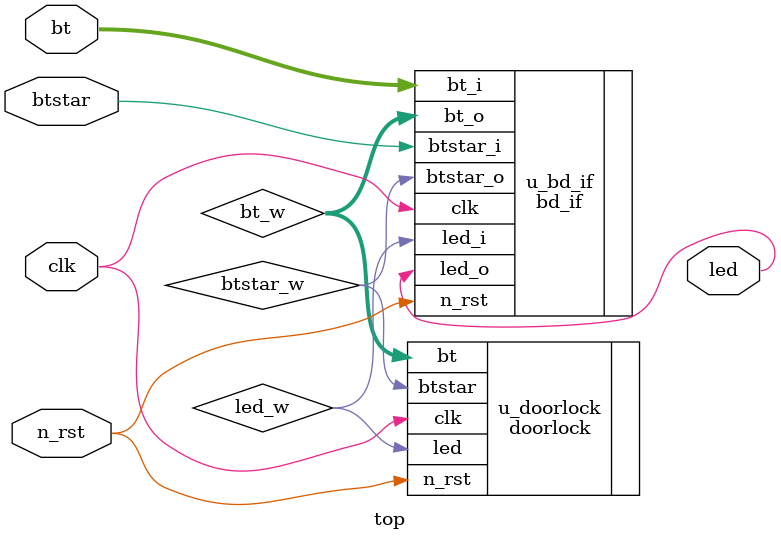
<source format=v>
module top(
	clk,
	n_rst,
	bt,
	btstar,
	led
	//fnd_en
);

parameter T_1S = 26'h2FA_F080; // d50_000_000;
parameter T_20MS = 20'hF_4240; // d1_000_000;

input clk;
input n_rst;
input [9:0] bt;
input btstar;

output led;
//output [6:0] fnd_en;

wire [9:0] bt_w;
wire btstar_w;
wire led_w;
//wire [6:0] fnd_en_w;

bd_if #(
	.T_1S(T_1S),
	.T_20MS(T_20MS)
) u_bd_if(
    .clk(clk),
    .n_rst(n_rst),
 
    .bt_i(bt),
    .btstar_i(btstar),

    //.fnd_i(fnd_en_w),
    .led_i(led_w),

    .bt_o(bt_w),
    .btstar_o(btstar_w),

    // .fnd_o(fnd_en),
    
    .led_o(led)
);


doorlock u_doorlock(
    .clk(clk), 
    .n_rst(n_rst),
 
    .bt(bt_w),
    .btstar(btstar_w),

    //.fnd_en(fnd_en_w),
    .led(led_w)
);


endmodule
</source>
